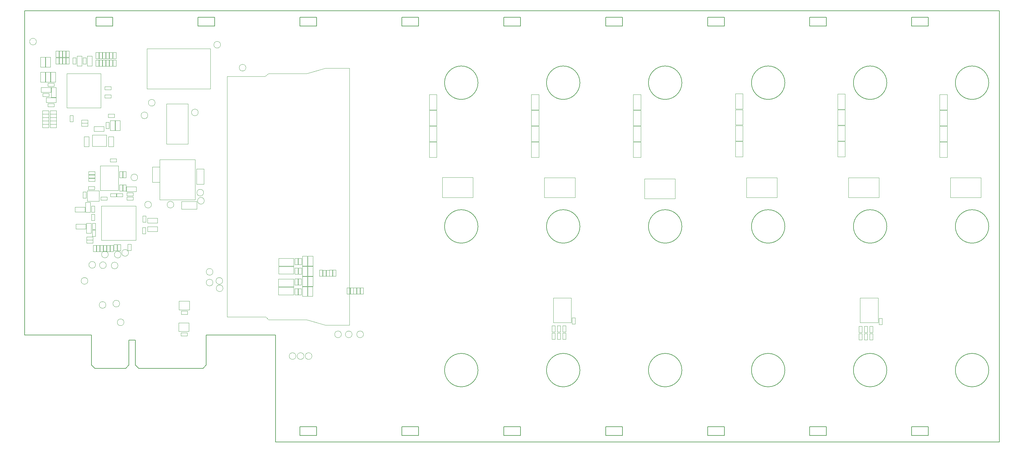
<source format=gbr>
G04 #@! TF.GenerationSoftware,KiCad,Pcbnew,6.0.7-f9a2dced07~116~ubuntu22.04.1*
G04 #@! TF.CreationDate,2023-04-06T13:37:09+01:00*
G04 #@! TF.ProjectId,hiltop_backplane_brd,68696c74-6f70-45f6-9261-636b706c616e,A*
G04 #@! TF.SameCoordinates,Original*
G04 #@! TF.FileFunction,Other,User*
%FSLAX46Y46*%
G04 Gerber Fmt 4.6, Leading zero omitted, Abs format (unit mm)*
G04 Created by KiCad (PCBNEW 6.0.7-f9a2dced07~116~ubuntu22.04.1) date 2023-04-06 13:37:09*
%MOMM*%
%LPD*%
G01*
G04 APERTURE LIST*
G04 #@! TA.AperFunction,Profile*
%ADD10C,0.150000*%
G04 #@! TD*
%ADD11C,0.050000*%
G04 APERTURE END LIST*
D10*
X179840000Y-50700000D02*
G75*
G03*
X179840000Y-50700000I-5000000J0D01*
G01*
X210320000Y-50700000D02*
G75*
G03*
X210320000Y-50700000I-5000000J0D01*
G01*
X240800000Y-50700000D02*
G75*
G03*
X240800000Y-50700000I-5000000J0D01*
G01*
X210320000Y-93700000D02*
G75*
G03*
X210320000Y-93700000I-5000000J0D01*
G01*
X240800000Y-93700000D02*
G75*
G03*
X240800000Y-93700000I-5000000J0D01*
G01*
X179840000Y-136700000D02*
G75*
G03*
X179840000Y-136700000I-5000000J0D01*
G01*
X210320000Y-136700000D02*
G75*
G03*
X210320000Y-136700000I-5000000J0D01*
G01*
X240800000Y-136700000D02*
G75*
G03*
X240800000Y-136700000I-5000000J0D01*
G01*
X179840000Y-93700000D02*
G75*
G03*
X179840000Y-93700000I-5000000J0D01*
G01*
X248500000Y-31150000D02*
X248500000Y-33750000D01*
X284000000Y-33750000D02*
X284000000Y-31150000D01*
X271600000Y-136700000D02*
G75*
G03*
X271600000Y-136700000I-5000000J0D01*
G01*
X65300000Y-136200000D02*
X74500000Y-136200000D01*
X75500000Y-135200000D02*
X75500000Y-127700000D01*
X248500000Y-33750000D02*
X253500000Y-33750000D01*
X131600000Y-156250000D02*
X131600000Y-153650000D01*
X157100000Y-31150000D02*
X157100000Y-33750000D01*
X131600000Y-153650000D02*
X126600000Y-153650000D01*
X192550000Y-153650000D02*
X187550000Y-153650000D01*
X65650000Y-33750000D02*
X70650000Y-33750000D01*
X162100000Y-31150000D02*
X157100000Y-31150000D01*
X101150000Y-33750000D02*
X101150000Y-31150000D01*
X126600000Y-156250000D02*
X131600000Y-156250000D01*
X162100000Y-156250000D02*
X162100000Y-153650000D01*
X279000000Y-31150000D02*
X279000000Y-33750000D01*
X126600000Y-31150000D02*
X126600000Y-33750000D01*
X96150000Y-31150000D02*
X96150000Y-33750000D01*
X98600000Y-126200000D02*
X119300000Y-126200000D01*
X131600000Y-31150000D02*
X126600000Y-31150000D01*
X223050000Y-153650000D02*
X218050000Y-153650000D01*
X192550000Y-33750000D02*
X192550000Y-31150000D01*
X309450000Y-153650000D02*
X309450000Y-156250000D01*
X284000000Y-153650000D02*
X279000000Y-153650000D01*
X70650000Y-31150000D02*
X65650000Y-31150000D01*
X162100000Y-33750000D02*
X162100000Y-31150000D01*
X302080000Y-136700000D02*
G75*
G03*
X302080000Y-136700000I-5000000J0D01*
G01*
X309450000Y-156250000D02*
X314450000Y-156250000D01*
X284000000Y-156250000D02*
X284000000Y-153650000D01*
X248500000Y-156250000D02*
X253500000Y-156250000D01*
X157100000Y-156250000D02*
X162100000Y-156250000D01*
X248500000Y-153650000D02*
X248500000Y-156250000D01*
X218050000Y-156250000D02*
X223050000Y-156250000D01*
X218050000Y-31150000D02*
X218050000Y-33750000D01*
X162100000Y-153650000D02*
X157100000Y-153650000D01*
X332560000Y-93700000D02*
G75*
G03*
X332560000Y-93700000I-5000000J0D01*
G01*
X75500000Y-135200000D02*
X74500000Y-136200000D01*
X126600000Y-153650000D02*
X126600000Y-156250000D01*
X314450000Y-153650000D02*
X309450000Y-153650000D01*
X97600000Y-136200000D02*
X98600000Y-135200000D01*
X157100000Y-33750000D02*
X162100000Y-33750000D01*
X332560000Y-50700000D02*
G75*
G03*
X332560000Y-50700000I-5000000J0D01*
G01*
X70650000Y-33750000D02*
X70650000Y-31150000D01*
X223050000Y-156250000D02*
X223050000Y-153650000D01*
X271600000Y-50700000D02*
G75*
G03*
X271600000Y-50700000I-5000000J0D01*
G01*
X65650000Y-31150000D02*
X65650000Y-33750000D01*
X192550000Y-31150000D02*
X187550000Y-31150000D01*
X302080000Y-93700000D02*
G75*
G03*
X302080000Y-93700000I-5000000J0D01*
G01*
X187550000Y-153650000D02*
X187550000Y-156250000D01*
X44300000Y-29200000D02*
X335740000Y-29200000D01*
X131600000Y-33750000D02*
X131600000Y-31150000D01*
X96150000Y-33750000D02*
X101150000Y-33750000D01*
X187550000Y-33750000D02*
X192550000Y-33750000D01*
X64300000Y-135200000D02*
X64300000Y-126200000D01*
X314500000Y-31150000D02*
X309500000Y-31150000D01*
X218050000Y-153650000D02*
X218050000Y-156250000D01*
X271600000Y-93700000D02*
G75*
G03*
X271600000Y-93700000I-5000000J0D01*
G01*
X253500000Y-33750000D02*
X253500000Y-31150000D01*
X279000000Y-156250000D02*
X284000000Y-156250000D01*
X332560000Y-136700000D02*
G75*
G03*
X332560000Y-136700000I-5000000J0D01*
G01*
X77400000Y-135200000D02*
X78400000Y-136200000D01*
X119300000Y-136200000D02*
X119300000Y-158200000D01*
X309500000Y-31150000D02*
X309500000Y-33750000D01*
X44300000Y-126200000D02*
X44300000Y-29200000D01*
X218050000Y-33750000D02*
X223050000Y-33750000D01*
X314450000Y-156250000D02*
X314450000Y-153650000D01*
X284000000Y-31150000D02*
X279000000Y-31150000D01*
X119300000Y-126200000D02*
X119300000Y-136200000D01*
X78400000Y-136200000D02*
X97600000Y-136200000D01*
X279000000Y-153650000D02*
X279000000Y-156250000D01*
X279000000Y-33750000D02*
X284000000Y-33750000D01*
X253500000Y-153650000D02*
X248500000Y-153650000D01*
X64300000Y-135200000D02*
X65300000Y-136200000D01*
X187550000Y-156250000D02*
X192550000Y-156250000D01*
X75500000Y-127700000D02*
X77400000Y-127700000D01*
X101150000Y-31150000D02*
X96150000Y-31150000D01*
X192550000Y-156250000D02*
X192550000Y-153650000D01*
X253500000Y-31150000D02*
X248500000Y-31150000D01*
X126600000Y-33750000D02*
X131600000Y-33750000D01*
X98600000Y-135200000D02*
X98600000Y-127700000D01*
X335740000Y-29200000D02*
X335740000Y-158200000D01*
X187550000Y-31150000D02*
X187550000Y-33750000D01*
X302080000Y-50700000D02*
G75*
G03*
X302080000Y-50700000I-5000000J0D01*
G01*
X157100000Y-153650000D02*
X157100000Y-156250000D01*
X223050000Y-31150000D02*
X218050000Y-31150000D01*
X98600000Y-127700000D02*
X98600000Y-126200000D01*
X335740000Y-158200000D02*
X119300000Y-158200000D01*
X309500000Y-33750000D02*
X314500000Y-33750000D01*
X253500000Y-156250000D02*
X253500000Y-153650000D01*
X77400000Y-127700000D02*
X77400000Y-135200000D01*
X314500000Y-33750000D02*
X314500000Y-31150000D01*
X64300000Y-126200000D02*
X44300000Y-126200000D01*
X223050000Y-33750000D02*
X223050000Y-31150000D01*
D11*
X76742500Y-85814000D02*
X74882500Y-85814000D01*
X74882500Y-85814000D02*
X74882500Y-84874000D01*
X74882500Y-84874000D02*
X76742500Y-84874000D01*
X76742500Y-84874000D02*
X76742500Y-85814000D01*
X178354000Y-85022000D02*
X169154000Y-85022000D01*
X169154000Y-85022000D02*
X169154000Y-79062000D01*
X169154000Y-79062000D02*
X178354000Y-79062000D01*
X178354000Y-79062000D02*
X178354000Y-85022000D01*
X72682000Y-79162000D02*
X72682000Y-77302000D01*
X72682000Y-77302000D02*
X73622000Y-77302000D01*
X73622000Y-77302000D02*
X73622000Y-79162000D01*
X73622000Y-79162000D02*
X72682000Y-79162000D01*
X62516000Y-86517000D02*
X63976000Y-86517000D01*
X62516000Y-89477000D02*
X62516000Y-86517000D01*
X63976000Y-86517000D02*
X63976000Y-89477000D01*
X63976000Y-89477000D02*
X62516000Y-89477000D01*
X76098500Y-100879000D02*
X75158500Y-100879000D01*
X75158500Y-99019000D02*
X76098500Y-99019000D01*
X75158500Y-100879000D02*
X75158500Y-99019000D01*
X76098500Y-99019000D02*
X76098500Y-100879000D01*
X65312500Y-79286000D02*
X65312500Y-80226000D01*
X63452500Y-80226000D02*
X63452500Y-79286000D01*
X65312500Y-80226000D02*
X63452500Y-80226000D01*
X63452500Y-79286000D02*
X65312500Y-79286000D01*
X62990000Y-83052000D02*
X62990000Y-86112000D01*
X66550000Y-83052000D02*
X62990000Y-83052000D01*
X66550000Y-86112000D02*
X62990000Y-86112000D01*
X66550000Y-86112000D02*
X66550000Y-83052000D01*
X64300000Y-90070000D02*
X65240000Y-90070000D01*
X65240000Y-90070000D02*
X65240000Y-91930000D01*
X65240000Y-91930000D02*
X64300000Y-91930000D01*
X64300000Y-91930000D02*
X64300000Y-90070000D01*
X69936000Y-84798000D02*
X69936000Y-83858000D01*
X71796000Y-84798000D02*
X69936000Y-84798000D01*
X69936000Y-83858000D02*
X71796000Y-83858000D01*
X71796000Y-83858000D02*
X71796000Y-84798000D01*
X73698000Y-77302000D02*
X74638000Y-77302000D01*
X74638000Y-79162000D02*
X73698000Y-79162000D01*
X74638000Y-77302000D02*
X74638000Y-79162000D01*
X73698000Y-79162000D02*
X73698000Y-77302000D01*
X91012500Y-126450000D02*
X91012500Y-125510000D01*
X91012500Y-125510000D02*
X92872500Y-125510000D01*
X92872500Y-126450000D02*
X91012500Y-126450000D01*
X92872500Y-125510000D02*
X92872500Y-126450000D01*
X64808000Y-99320000D02*
X65748000Y-99320000D01*
X64808000Y-101180000D02*
X64808000Y-99320000D01*
X65748000Y-101180000D02*
X64808000Y-101180000D01*
X65748000Y-99320000D02*
X65748000Y-101180000D01*
X59339000Y-87916000D02*
X62299000Y-87916000D01*
X62299000Y-89376000D02*
X59339000Y-89376000D01*
X59339000Y-89376000D02*
X59339000Y-87916000D01*
X62299000Y-87916000D02*
X62299000Y-89376000D01*
X71907500Y-99146000D02*
X71907500Y-101006000D01*
X70967500Y-99146000D02*
X71907500Y-99146000D01*
X70967500Y-101006000D02*
X70967500Y-99146000D01*
X71907500Y-101006000D02*
X70967500Y-101006000D01*
X73000000Y-101006000D02*
X72060000Y-101006000D01*
X73000000Y-99146000D02*
X73000000Y-101006000D01*
X72060000Y-99146000D02*
X73000000Y-99146000D01*
X72060000Y-101006000D02*
X72060000Y-99146000D01*
X68872000Y-101180000D02*
X68872000Y-99320000D01*
X69812000Y-99320000D02*
X69812000Y-101180000D01*
X68872000Y-99320000D02*
X69812000Y-99320000D01*
X69812000Y-101180000D02*
X68872000Y-101180000D01*
X64554000Y-96630000D02*
X64554000Y-94770000D01*
X65494000Y-94770000D02*
X65494000Y-96630000D01*
X64554000Y-94770000D02*
X65494000Y-94770000D01*
X65494000Y-96630000D02*
X64554000Y-96630000D01*
X64730000Y-98720000D02*
X62870000Y-98720000D01*
X62870000Y-98720000D02*
X62870000Y-97780000D01*
X62870000Y-97780000D02*
X64730000Y-97780000D01*
X64730000Y-97780000D02*
X64730000Y-98720000D01*
X167520000Y-68470000D02*
X167520000Y-73030000D01*
X167520000Y-73030000D02*
X165280000Y-73030000D01*
X165280000Y-68470000D02*
X167520000Y-68470000D01*
X165280000Y-73030000D02*
X165280000Y-68470000D01*
X74720000Y-83280000D02*
X74720000Y-81820000D01*
X77680000Y-83280000D02*
X74720000Y-83280000D01*
X77680000Y-81820000D02*
X77680000Y-83280000D01*
X74720000Y-81820000D02*
X77680000Y-81820000D01*
X72296000Y-75548000D02*
X66896000Y-75548000D01*
X72296000Y-82948000D02*
X72296000Y-75548000D01*
X66896000Y-75548000D02*
X66896000Y-82948000D01*
X66896000Y-82948000D02*
X72296000Y-82948000D01*
X228520000Y-68470000D02*
X228520000Y-73030000D01*
X228520000Y-73030000D02*
X226280000Y-73030000D01*
X226280000Y-68470000D02*
X228520000Y-68470000D01*
X226280000Y-73030000D02*
X226280000Y-68470000D01*
X67856000Y-101180000D02*
X67856000Y-99320000D01*
X67856000Y-99320000D02*
X68796000Y-99320000D01*
X68796000Y-101180000D02*
X67856000Y-101180000D01*
X68796000Y-99320000D02*
X68796000Y-101180000D01*
X73698000Y-83105500D02*
X73698000Y-81245500D01*
X73698000Y-81245500D02*
X74638000Y-81245500D01*
X74638000Y-81245500D02*
X74638000Y-83105500D01*
X74638000Y-83105500D02*
X73698000Y-83105500D01*
X229606000Y-85403000D02*
X229606000Y-79443000D01*
X238806000Y-85403000D02*
X229606000Y-85403000D01*
X238806000Y-79443000D02*
X238806000Y-85403000D01*
X229606000Y-79443000D02*
X238806000Y-79443000D01*
X64300000Y-89442500D02*
X64300000Y-87582500D01*
X65240000Y-87582500D02*
X65240000Y-89442500D01*
X64300000Y-87582500D02*
X65240000Y-87582500D01*
X65240000Y-89442500D02*
X64300000Y-89442500D01*
X67780000Y-99320000D02*
X67780000Y-101180000D01*
X67780000Y-101180000D02*
X66840000Y-101180000D01*
X66840000Y-99320000D02*
X67780000Y-99320000D01*
X66840000Y-101180000D02*
X66840000Y-99320000D01*
X67240000Y-87560000D02*
X67240000Y-97860000D01*
X77540000Y-87560000D02*
X77540000Y-97860000D01*
X67240000Y-97860000D02*
X77540000Y-97860000D01*
X67240000Y-87560000D02*
X77540000Y-87560000D01*
X63452500Y-77254000D02*
X65312500Y-77254000D01*
X65312500Y-77254000D02*
X65312500Y-78194000D01*
X65312500Y-78194000D02*
X63452500Y-78194000D01*
X63452500Y-78194000D02*
X63452500Y-77254000D01*
X66764000Y-99320000D02*
X66764000Y-101180000D01*
X65824000Y-101180000D02*
X65824000Y-99320000D01*
X65824000Y-99320000D02*
X66764000Y-99320000D01*
X66764000Y-101180000D02*
X65824000Y-101180000D01*
X65325500Y-78270000D02*
X65325500Y-79210000D01*
X65325500Y-79210000D02*
X63465500Y-79210000D01*
X63465500Y-78270000D02*
X65325500Y-78270000D01*
X63465500Y-79210000D02*
X63465500Y-78270000D01*
X59593000Y-94456000D02*
X59593000Y-92996000D01*
X59593000Y-92996000D02*
X62553000Y-92996000D01*
X62553000Y-94456000D02*
X59593000Y-94456000D01*
X62553000Y-92996000D02*
X62553000Y-94456000D01*
X80874000Y-52518000D02*
X99874000Y-52518000D01*
X80874000Y-40518000D02*
X80874000Y-52518000D01*
X99874000Y-52518000D02*
X99874000Y-40518000D01*
X99874000Y-40518000D02*
X80874000Y-40518000D01*
X86716000Y-57028000D02*
X86716000Y-69028000D01*
X93116000Y-69028000D02*
X93116000Y-57028000D01*
X86716000Y-69028000D02*
X93116000Y-69028000D01*
X93116000Y-57028000D02*
X86716000Y-57028000D01*
X73622000Y-83105500D02*
X72682000Y-83105500D01*
X72682000Y-83105500D02*
X72682000Y-81245500D01*
X72682000Y-81245500D02*
X73622000Y-81245500D01*
X73622000Y-81245500D02*
X73622000Y-83105500D01*
X74882500Y-84544000D02*
X74882500Y-83604000D01*
X74882500Y-83604000D02*
X76742500Y-83604000D01*
X76742500Y-84544000D02*
X74882500Y-84544000D01*
X76742500Y-83604000D02*
X76742500Y-84544000D01*
X61760000Y-83398000D02*
X62700000Y-83398000D01*
X61760000Y-85258000D02*
X61760000Y-83398000D01*
X62700000Y-83398000D02*
X62700000Y-85258000D01*
X62700000Y-85258000D02*
X61760000Y-85258000D01*
X68930000Y-85814000D02*
X67070000Y-85814000D01*
X67070000Y-84874000D02*
X68930000Y-84874000D01*
X67070000Y-85814000D02*
X67070000Y-84874000D01*
X68930000Y-84874000D02*
X68930000Y-85814000D01*
X226280000Y-63530000D02*
X226280000Y-58970000D01*
X228520000Y-58970000D02*
X228520000Y-63530000D01*
X226280000Y-58970000D02*
X228520000Y-58970000D01*
X228520000Y-63530000D02*
X226280000Y-63530000D01*
X198020000Y-54220000D02*
X198020000Y-58780000D01*
X195780000Y-58780000D02*
X195780000Y-54220000D01*
X198020000Y-58780000D02*
X195780000Y-58780000D01*
X195780000Y-54220000D02*
X198020000Y-54220000D01*
X81070000Y-91218000D02*
X84030000Y-91218000D01*
X84030000Y-91218000D02*
X84030000Y-92678000D01*
X84030000Y-92678000D02*
X81070000Y-92678000D01*
X81070000Y-92678000D02*
X81070000Y-91218000D01*
X79570000Y-92410000D02*
X79570000Y-90550000D01*
X80510000Y-90550000D02*
X80510000Y-92410000D01*
X80510000Y-92410000D02*
X79570000Y-92410000D01*
X79570000Y-90550000D02*
X80510000Y-90550000D01*
X84030000Y-93758000D02*
X84030000Y-95218000D01*
X84030000Y-95218000D02*
X81070000Y-95218000D01*
X81070000Y-95218000D02*
X81070000Y-93758000D01*
X81070000Y-93758000D02*
X84030000Y-93758000D01*
X73574000Y-84798000D02*
X71714000Y-84798000D01*
X71714000Y-83858000D02*
X73574000Y-83858000D01*
X73574000Y-83858000D02*
X73574000Y-84798000D01*
X71714000Y-84798000D02*
X71714000Y-83858000D01*
X64554000Y-94656000D02*
X64554000Y-92796000D01*
X65494000Y-92796000D02*
X65494000Y-94656000D01*
X64554000Y-92796000D02*
X65494000Y-92796000D01*
X65494000Y-94656000D02*
X64554000Y-94656000D01*
X64230000Y-92754000D02*
X64230000Y-95714000D01*
X62770000Y-92754000D02*
X64230000Y-92754000D01*
X62770000Y-95714000D02*
X62770000Y-92754000D01*
X64230000Y-95714000D02*
X62770000Y-95714000D01*
X62870000Y-96780000D02*
X64730000Y-96780000D01*
X62870000Y-97720000D02*
X62870000Y-96780000D01*
X64730000Y-96780000D02*
X64730000Y-97720000D01*
X64730000Y-97720000D02*
X62870000Y-97720000D01*
X57620000Y-41234000D02*
X57620000Y-43094000D01*
X57620000Y-43094000D02*
X56680000Y-43094000D01*
X56680000Y-41234000D02*
X57620000Y-41234000D01*
X56680000Y-43094000D02*
X56680000Y-41234000D01*
X58770000Y-60470000D02*
X58770000Y-62330000D01*
X57830000Y-62330000D02*
X57830000Y-60470000D01*
X57830000Y-60470000D02*
X58770000Y-60470000D01*
X58770000Y-62330000D02*
X57830000Y-62330000D01*
X56876000Y-47986000D02*
X56876000Y-58186000D01*
X56876000Y-58186000D02*
X67076000Y-58186000D01*
X67076000Y-58186000D02*
X67076000Y-47986000D01*
X67076000Y-47986000D02*
X56876000Y-47986000D01*
X51603000Y-53886000D02*
X51603000Y-54826000D01*
X49743000Y-53886000D02*
X51603000Y-53886000D01*
X51603000Y-54826000D02*
X49743000Y-54826000D01*
X49743000Y-54826000D02*
X49743000Y-53886000D01*
X59652000Y-43266000D02*
X59652000Y-45126000D01*
X59652000Y-45126000D02*
X58712000Y-45126000D01*
X58712000Y-43266000D02*
X59652000Y-43266000D01*
X58712000Y-45126000D02*
X58712000Y-43266000D01*
X68618000Y-64430000D02*
X68618000Y-62570000D01*
X68618000Y-62570000D02*
X69558000Y-62570000D01*
X69558000Y-62570000D02*
X69558000Y-64430000D01*
X69558000Y-64430000D02*
X68618000Y-64430000D01*
X49054000Y-43097000D02*
X50514000Y-43097000D01*
X49054000Y-46057000D02*
X49054000Y-43097000D01*
X50514000Y-46057000D02*
X49054000Y-46057000D01*
X50514000Y-43097000D02*
X50514000Y-46057000D01*
X50578000Y-50502000D02*
X50578000Y-47542000D01*
X52038000Y-50502000D02*
X50578000Y-50502000D01*
X52038000Y-47542000D02*
X52038000Y-50502000D01*
X50578000Y-47542000D02*
X52038000Y-47542000D01*
X54572000Y-41234000D02*
X54572000Y-43094000D01*
X53632000Y-43094000D02*
X53632000Y-41234000D01*
X53632000Y-41234000D02*
X54572000Y-41234000D01*
X54572000Y-43094000D02*
X53632000Y-43094000D01*
X67602000Y-43901000D02*
X68542000Y-43901000D01*
X68542000Y-43901000D02*
X68542000Y-45761000D01*
X67602000Y-45761000D02*
X67602000Y-43901000D01*
X68542000Y-45761000D02*
X67602000Y-45761000D01*
X51902000Y-60109000D02*
X53762000Y-60109000D01*
X51902000Y-61049000D02*
X51902000Y-60109000D01*
X53762000Y-61049000D02*
X51902000Y-61049000D01*
X53762000Y-60109000D02*
X53762000Y-61049000D01*
X51458500Y-62070000D02*
X49598500Y-62070000D01*
X49598500Y-62070000D02*
X49598500Y-61130000D01*
X49598500Y-61130000D02*
X51458500Y-61130000D01*
X51458500Y-61130000D02*
X51458500Y-62070000D01*
X59976000Y-45676000D02*
X59976000Y-42716000D01*
X61436000Y-42716000D02*
X61436000Y-45676000D01*
X59976000Y-42716000D02*
X61436000Y-42716000D01*
X61436000Y-45676000D02*
X59976000Y-45676000D01*
X52153000Y-53562000D02*
X49193000Y-53562000D01*
X49193000Y-52102000D02*
X52153000Y-52102000D01*
X52153000Y-52102000D02*
X52153000Y-53562000D01*
X49193000Y-53562000D02*
X49193000Y-52102000D01*
X55664000Y-45126000D02*
X55664000Y-43266000D01*
X56604000Y-45126000D02*
X55664000Y-45126000D01*
X56604000Y-43266000D02*
X56604000Y-45126000D01*
X55664000Y-43266000D02*
X56604000Y-43266000D01*
X55588000Y-43266000D02*
X55588000Y-45126000D01*
X54648000Y-43266000D02*
X55588000Y-43266000D01*
X54648000Y-45126000D02*
X54648000Y-43266000D01*
X55588000Y-45126000D02*
X54648000Y-45126000D01*
X54572000Y-43266000D02*
X54572000Y-45126000D01*
X54572000Y-45126000D02*
X53632000Y-45126000D01*
X53632000Y-43266000D02*
X54572000Y-43266000D01*
X53632000Y-45126000D02*
X53632000Y-43266000D01*
X52229000Y-55074000D02*
X52229000Y-52114000D01*
X53689000Y-55074000D02*
X52229000Y-55074000D01*
X52229000Y-52114000D02*
X53689000Y-52114000D01*
X53689000Y-52114000D02*
X53689000Y-55074000D01*
X49605000Y-63086000D02*
X49605000Y-62146000D01*
X51465000Y-63086000D02*
X49605000Y-63086000D01*
X51465000Y-62146000D02*
X51465000Y-63086000D01*
X49605000Y-62146000D02*
X51465000Y-62146000D01*
X62700000Y-45126000D02*
X61760000Y-45126000D01*
X62700000Y-43266000D02*
X62700000Y-45126000D01*
X61760000Y-43266000D02*
X62700000Y-43266000D01*
X61760000Y-45126000D02*
X61760000Y-43266000D01*
X69402000Y-69786000D02*
X69402000Y-66826000D01*
X70862000Y-69786000D02*
X69402000Y-69786000D01*
X70862000Y-66826000D02*
X70862000Y-69786000D01*
X69402000Y-66826000D02*
X70862000Y-66826000D01*
X53127000Y-50838000D02*
X53127000Y-51778000D01*
X51267000Y-51778000D02*
X51267000Y-50838000D01*
X53127000Y-51778000D02*
X51267000Y-51778000D01*
X51267000Y-50838000D02*
X53127000Y-50838000D01*
X64484000Y-42716000D02*
X64484000Y-45676000D01*
X63024000Y-42716000D02*
X64484000Y-42716000D01*
X64484000Y-45676000D02*
X63024000Y-45676000D01*
X63024000Y-45676000D02*
X63024000Y-42716000D01*
X63160000Y-63755000D02*
X61300000Y-63755000D01*
X61300000Y-62815000D02*
X63160000Y-62815000D01*
X61300000Y-63755000D02*
X61300000Y-62815000D01*
X63160000Y-62815000D02*
X63160000Y-63755000D01*
X51469500Y-60033000D02*
X49609500Y-60033000D01*
X49609500Y-60033000D02*
X49609500Y-59093000D01*
X49609500Y-59093000D02*
X51469500Y-59093000D01*
X51469500Y-59093000D02*
X51469500Y-60033000D01*
X62090000Y-66830000D02*
X63550000Y-66830000D01*
X63550000Y-69790000D02*
X62090000Y-69790000D01*
X62090000Y-69790000D02*
X62090000Y-66830000D01*
X63550000Y-66830000D02*
X63550000Y-69790000D01*
X71342000Y-64980000D02*
X69882000Y-64980000D01*
X69882000Y-62020000D02*
X71342000Y-62020000D01*
X71342000Y-62020000D02*
X71342000Y-64980000D01*
X69882000Y-64980000D02*
X69882000Y-62020000D01*
X56604000Y-43094000D02*
X55664000Y-43094000D01*
X55664000Y-43094000D02*
X55664000Y-41234000D01*
X55664000Y-41234000D02*
X56604000Y-41234000D01*
X56604000Y-41234000D02*
X56604000Y-43094000D01*
X54648000Y-41234000D02*
X55588000Y-41234000D01*
X55588000Y-43094000D02*
X54648000Y-43094000D01*
X55588000Y-41234000D02*
X55588000Y-43094000D01*
X54648000Y-43094000D02*
X54648000Y-41234000D01*
X57620000Y-43266000D02*
X57620000Y-45126000D01*
X56680000Y-43266000D02*
X57620000Y-43266000D01*
X57620000Y-45126000D02*
X56680000Y-45126000D01*
X56680000Y-45126000D02*
X56680000Y-43266000D01*
X52102000Y-47542000D02*
X53562000Y-47542000D01*
X53562000Y-50502000D02*
X52102000Y-50502000D01*
X53562000Y-47542000D02*
X53562000Y-50502000D01*
X52102000Y-50502000D02*
X52102000Y-47542000D01*
X65068000Y-65246000D02*
X65068000Y-63786000D01*
X68028000Y-63786000D02*
X68028000Y-65246000D01*
X65068000Y-63786000D02*
X68028000Y-63786000D01*
X68028000Y-65246000D02*
X65068000Y-65246000D01*
X53780000Y-63086000D02*
X51920000Y-63086000D01*
X53780000Y-62146000D02*
X53780000Y-63086000D01*
X51920000Y-62146000D02*
X53780000Y-62146000D01*
X51920000Y-63086000D02*
X51920000Y-62146000D01*
X53780000Y-64102000D02*
X51920000Y-64102000D01*
X51920000Y-63162000D02*
X53780000Y-63162000D01*
X53780000Y-63162000D02*
X53780000Y-64102000D01*
X51920000Y-64102000D02*
X51920000Y-63162000D01*
X84684000Y-85704000D02*
X95284000Y-85704000D01*
X95284000Y-85704000D02*
X95284000Y-73704000D01*
X84684000Y-73704000D02*
X84684000Y-85704000D01*
X95284000Y-73704000D02*
X84684000Y-73704000D01*
X91195000Y-86250000D02*
X95755000Y-86250000D01*
X95755000Y-88490000D02*
X91195000Y-88490000D01*
X91195000Y-88490000D02*
X91195000Y-86250000D01*
X95755000Y-86250000D02*
X95755000Y-88490000D01*
X97900000Y-76530000D02*
X97900000Y-81090000D01*
X95660000Y-76530000D02*
X97900000Y-76530000D01*
X95660000Y-81090000D02*
X95660000Y-76530000D01*
X97900000Y-81090000D02*
X95660000Y-81090000D01*
X51267000Y-57874000D02*
X51267000Y-56934000D01*
X53127000Y-57874000D02*
X51267000Y-57874000D01*
X51267000Y-56934000D02*
X53127000Y-56934000D01*
X53127000Y-56934000D02*
X53127000Y-57874000D01*
X49616000Y-60109000D02*
X51476000Y-60109000D01*
X51476000Y-60109000D02*
X51476000Y-61049000D01*
X49616000Y-61049000D02*
X49616000Y-60109000D01*
X51476000Y-61049000D02*
X49616000Y-61049000D01*
X51458500Y-63162000D02*
X51458500Y-64102000D01*
X49598500Y-63162000D02*
X51458500Y-63162000D01*
X49598500Y-64102000D02*
X49598500Y-63162000D01*
X51458500Y-64102000D02*
X49598500Y-64102000D01*
X53780000Y-62070000D02*
X51920000Y-62070000D01*
X53780000Y-61130000D02*
X53780000Y-62070000D01*
X51920000Y-61130000D02*
X53780000Y-61130000D01*
X51920000Y-62070000D02*
X51920000Y-61130000D01*
X49054000Y-47542000D02*
X50514000Y-47542000D01*
X50514000Y-50502000D02*
X49054000Y-50502000D01*
X49054000Y-50502000D02*
X49054000Y-47542000D01*
X50514000Y-47542000D02*
X50514000Y-50502000D01*
X50578000Y-43083000D02*
X52038000Y-43083000D01*
X52038000Y-43083000D02*
X52038000Y-46043000D01*
X50578000Y-46043000D02*
X50578000Y-43083000D01*
X52038000Y-46043000D02*
X50578000Y-46043000D01*
X67526000Y-45761000D02*
X66586000Y-45761000D01*
X66586000Y-45761000D02*
X66586000Y-43901000D01*
X67526000Y-43901000D02*
X67526000Y-45761000D01*
X66586000Y-43901000D02*
X67526000Y-43901000D01*
X70680000Y-45761000D02*
X70680000Y-43901000D01*
X71620000Y-43901000D02*
X71620000Y-45761000D01*
X71620000Y-45761000D02*
X70680000Y-45761000D01*
X70680000Y-43901000D02*
X71620000Y-43901000D01*
X70680000Y-43475000D02*
X70680000Y-41615000D01*
X71620000Y-41615000D02*
X71620000Y-43475000D01*
X71620000Y-43475000D02*
X70680000Y-43475000D01*
X70680000Y-41615000D02*
X71620000Y-41615000D01*
X69570000Y-43901000D02*
X69570000Y-45761000D01*
X68630000Y-45761000D02*
X68630000Y-43901000D01*
X69570000Y-45761000D02*
X68630000Y-45761000D01*
X68630000Y-43901000D02*
X69570000Y-43901000D01*
X70586000Y-45761000D02*
X69646000Y-45761000D01*
X69646000Y-45761000D02*
X69646000Y-43901000D01*
X70586000Y-43901000D02*
X70586000Y-45761000D01*
X69646000Y-43901000D02*
X70586000Y-43901000D01*
X69646000Y-41615000D02*
X70586000Y-41615000D01*
X70586000Y-43475000D02*
X69646000Y-43475000D01*
X69646000Y-43475000D02*
X69646000Y-41615000D01*
X70586000Y-41615000D02*
X70586000Y-43475000D01*
X68630000Y-41615000D02*
X69570000Y-41615000D01*
X69570000Y-41615000D02*
X69570000Y-43475000D01*
X69570000Y-43475000D02*
X68630000Y-43475000D01*
X68630000Y-43475000D02*
X68630000Y-41615000D01*
X70115000Y-51830000D02*
X70115000Y-52770000D01*
X68255000Y-51830000D02*
X70115000Y-51830000D01*
X70115000Y-52770000D02*
X68255000Y-52770000D01*
X68255000Y-52770000D02*
X68255000Y-51830000D01*
X69301000Y-61049000D02*
X69301000Y-60109000D01*
X71161000Y-60109000D02*
X71161000Y-61049000D01*
X69301000Y-60109000D02*
X71161000Y-60109000D01*
X71161000Y-61049000D02*
X69301000Y-61049000D01*
X71406000Y-62020000D02*
X72866000Y-62020000D01*
X72866000Y-62020000D02*
X72866000Y-64980000D01*
X71406000Y-64980000D02*
X71406000Y-62020000D01*
X72866000Y-64980000D02*
X71406000Y-64980000D01*
X50717000Y-56610000D02*
X50717000Y-55150000D01*
X53677000Y-56610000D02*
X50717000Y-56610000D01*
X53677000Y-55150000D02*
X53677000Y-56610000D01*
X50717000Y-55150000D02*
X53677000Y-55150000D01*
X51902000Y-59093000D02*
X53762000Y-59093000D01*
X53762000Y-60033000D02*
X51902000Y-60033000D01*
X51902000Y-60033000D02*
X51902000Y-59093000D01*
X53762000Y-59093000D02*
X53762000Y-60033000D01*
X66510000Y-43901000D02*
X66510000Y-45761000D01*
X66510000Y-45761000D02*
X65570000Y-45761000D01*
X65570000Y-45761000D02*
X65570000Y-43901000D01*
X65570000Y-43901000D02*
X66510000Y-43901000D01*
X67602000Y-43475000D02*
X67602000Y-41615000D01*
X67602000Y-41615000D02*
X68542000Y-41615000D01*
X68542000Y-41615000D02*
X68542000Y-43475000D01*
X68542000Y-43475000D02*
X67602000Y-43475000D01*
X67526000Y-41615000D02*
X67526000Y-43475000D01*
X66586000Y-41615000D02*
X67526000Y-41615000D01*
X66586000Y-43475000D02*
X66586000Y-41615000D01*
X67526000Y-43475000D02*
X66586000Y-43475000D01*
X66510000Y-41615000D02*
X66510000Y-43475000D01*
X66510000Y-43475000D02*
X65570000Y-43475000D01*
X65570000Y-43475000D02*
X65570000Y-41615000D01*
X65570000Y-41615000D02*
X66510000Y-41615000D01*
X208879500Y-85085500D02*
X199679500Y-85085500D01*
X208879500Y-79125500D02*
X208879500Y-85085500D01*
X199679500Y-79125500D02*
X208879500Y-79125500D01*
X199679500Y-85085500D02*
X199679500Y-79125500D01*
X198020000Y-63720000D02*
X198020000Y-68280000D01*
X198020000Y-68280000D02*
X195780000Y-68280000D01*
X195780000Y-68280000D02*
X195780000Y-63720000D01*
X195780000Y-63720000D02*
X198020000Y-63720000D01*
X198020000Y-58970000D02*
X198020000Y-63530000D01*
X195780000Y-58970000D02*
X198020000Y-58970000D01*
X195780000Y-63530000D02*
X195780000Y-58970000D01*
X198020000Y-63530000D02*
X195780000Y-63530000D01*
X120189000Y-111911000D02*
X124749000Y-111911000D01*
X120189000Y-114151000D02*
X120189000Y-111911000D01*
X124749000Y-114151000D02*
X120189000Y-114151000D01*
X124749000Y-111911000D02*
X124749000Y-114151000D01*
X127050000Y-114210000D02*
X126110000Y-114210000D01*
X127050000Y-112350000D02*
X127050000Y-114210000D01*
X126110000Y-114210000D02*
X126110000Y-112350000D01*
X126110000Y-112350000D02*
X127050000Y-112350000D01*
X128980000Y-111680000D02*
X130440000Y-111680000D01*
X130440000Y-114640000D02*
X128980000Y-114640000D01*
X130440000Y-111680000D02*
X130440000Y-114640000D01*
X128980000Y-114640000D02*
X128980000Y-111680000D01*
X127350000Y-105520000D02*
X127350000Y-102560000D01*
X128810000Y-105520000D02*
X127350000Y-105520000D01*
X128810000Y-102560000D02*
X128810000Y-105520000D01*
X127350000Y-102560000D02*
X128810000Y-102560000D01*
X125047000Y-114215000D02*
X125047000Y-112355000D01*
X125987000Y-112355000D02*
X125987000Y-114215000D01*
X125987000Y-114215000D02*
X125047000Y-114215000D01*
X125047000Y-112355000D02*
X125987000Y-112355000D01*
X127352000Y-105601000D02*
X128812000Y-105601000D01*
X128812000Y-105601000D02*
X128812000Y-108561000D01*
X127352000Y-108561000D02*
X127352000Y-105601000D01*
X128812000Y-108561000D02*
X127352000Y-108561000D01*
X128820000Y-111680000D02*
X128820000Y-114640000D01*
X127360000Y-111680000D02*
X128820000Y-111680000D01*
X128820000Y-114640000D02*
X127360000Y-114640000D01*
X127360000Y-114640000D02*
X127360000Y-111680000D01*
X126140000Y-106150000D02*
X127080000Y-106150000D01*
X127080000Y-106150000D02*
X127080000Y-108010000D01*
X126140000Y-108010000D02*
X126140000Y-106150000D01*
X127080000Y-108010000D02*
X126140000Y-108010000D01*
X128990000Y-111610000D02*
X128990000Y-108650000D01*
X130450000Y-108650000D02*
X130450000Y-111610000D01*
X128990000Y-108650000D02*
X130450000Y-108650000D01*
X130450000Y-111610000D02*
X128990000Y-111610000D01*
X124774000Y-105707000D02*
X124774000Y-107947000D01*
X120214000Y-107947000D02*
X120214000Y-105707000D01*
X124774000Y-107947000D02*
X120214000Y-107947000D01*
X120214000Y-105707000D02*
X124774000Y-105707000D01*
X124774000Y-103292000D02*
X124774000Y-105532000D01*
X124774000Y-105532000D02*
X120214000Y-105532000D01*
X120214000Y-105532000D02*
X120214000Y-103292000D01*
X120214000Y-103292000D02*
X124774000Y-103292000D01*
X125047000Y-109378000D02*
X125987000Y-109378000D01*
X125987000Y-109378000D02*
X125987000Y-111238000D01*
X125987000Y-111238000D02*
X125047000Y-111238000D01*
X125047000Y-111238000D02*
X125047000Y-109378000D01*
X126012000Y-105088000D02*
X125072000Y-105088000D01*
X126012000Y-103228000D02*
X126012000Y-105088000D01*
X125072000Y-103228000D02*
X126012000Y-103228000D01*
X125072000Y-105088000D02*
X125072000Y-103228000D01*
X128990000Y-105600000D02*
X130450000Y-105600000D01*
X130450000Y-108560000D02*
X128990000Y-108560000D01*
X130450000Y-105600000D02*
X130450000Y-108560000D01*
X128990000Y-108560000D02*
X128990000Y-105600000D01*
X130450000Y-102560000D02*
X130450000Y-105520000D01*
X128990000Y-102560000D02*
X130450000Y-102560000D01*
X130450000Y-105520000D02*
X128990000Y-105520000D01*
X128990000Y-105520000D02*
X128990000Y-102560000D01*
X124749000Y-111682000D02*
X120189000Y-111682000D01*
X120189000Y-111682000D02*
X120189000Y-109442000D01*
X124749000Y-109442000D02*
X124749000Y-111682000D01*
X120189000Y-109442000D02*
X124749000Y-109442000D01*
X127360000Y-111610000D02*
X127360000Y-108650000D01*
X128820000Y-111610000D02*
X127360000Y-111610000D01*
X127360000Y-108650000D02*
X128820000Y-108650000D01*
X128820000Y-108650000D02*
X128820000Y-111610000D01*
X126012000Y-108011000D02*
X125072000Y-108011000D01*
X125072000Y-106151000D02*
X126012000Y-106151000D01*
X126012000Y-106151000D02*
X126012000Y-108011000D01*
X125072000Y-108011000D02*
X125072000Y-106151000D01*
X63320000Y-81780000D02*
X65180000Y-81780000D01*
X65180000Y-81780000D02*
X65180000Y-82720000D01*
X63320000Y-82720000D02*
X63320000Y-81780000D01*
X65180000Y-82720000D02*
X63320000Y-82720000D01*
X69896000Y-74366000D02*
X69896000Y-73426000D01*
X69896000Y-73426000D02*
X71756000Y-73426000D01*
X71756000Y-73426000D02*
X71756000Y-74366000D01*
X71756000Y-74366000D02*
X69896000Y-74366000D01*
X167520000Y-63530000D02*
X165280000Y-63530000D01*
X165280000Y-63530000D02*
X165280000Y-58970000D01*
X165280000Y-58970000D02*
X167520000Y-58970000D01*
X167520000Y-58970000D02*
X167520000Y-63530000D01*
X228520000Y-58780000D02*
X226280000Y-58780000D01*
X226280000Y-54220000D02*
X228520000Y-54220000D01*
X228520000Y-54220000D02*
X228520000Y-58780000D01*
X226280000Y-58780000D02*
X226280000Y-54220000D01*
X167520000Y-58780000D02*
X165280000Y-58780000D01*
X167520000Y-54220000D02*
X167520000Y-58780000D01*
X165280000Y-58780000D02*
X165280000Y-54220000D01*
X165280000Y-54220000D02*
X167520000Y-54220000D01*
X167520000Y-68280000D02*
X165280000Y-68280000D01*
X165280000Y-63720000D02*
X167520000Y-63720000D01*
X165280000Y-68280000D02*
X165280000Y-63720000D01*
X167520000Y-63720000D02*
X167520000Y-68280000D01*
X228520000Y-68280000D02*
X226280000Y-68280000D01*
X228520000Y-63720000D02*
X228520000Y-68280000D01*
X226280000Y-63720000D02*
X228520000Y-63720000D01*
X226280000Y-68280000D02*
X226280000Y-63720000D01*
X198020000Y-68470000D02*
X198020000Y-73030000D01*
X195780000Y-68470000D02*
X198020000Y-68470000D01*
X198020000Y-73030000D02*
X195780000Y-73030000D01*
X195780000Y-73030000D02*
X195780000Y-68470000D01*
X61315000Y-61815000D02*
X63175000Y-61815000D01*
X61315000Y-62755000D02*
X61315000Y-61815000D01*
X63175000Y-61815000D02*
X63175000Y-62755000D01*
X63175000Y-62755000D02*
X61315000Y-62755000D01*
X93440000Y-125140000D02*
X93440000Y-122540000D01*
X93440000Y-122540000D02*
X90340000Y-122540000D01*
X90340000Y-125140000D02*
X90340000Y-122540000D01*
X93440000Y-125140000D02*
X90340000Y-125140000D01*
X91130000Y-119040000D02*
X92990000Y-119040000D01*
X91130000Y-119980000D02*
X91130000Y-119040000D01*
X92990000Y-119980000D02*
X91130000Y-119980000D01*
X92990000Y-119040000D02*
X92990000Y-119980000D01*
X93545000Y-118665000D02*
X90445000Y-118665000D01*
X93545000Y-118665000D02*
X93545000Y-116065000D01*
X90445000Y-118665000D02*
X90445000Y-116065000D01*
X93545000Y-116065000D02*
X90445000Y-116065000D01*
X68270000Y-55270000D02*
X68270000Y-54330000D01*
X70130000Y-54330000D02*
X70130000Y-55270000D01*
X68270000Y-54330000D02*
X70130000Y-54330000D01*
X70130000Y-55270000D02*
X68270000Y-55270000D01*
X69888000Y-99320000D02*
X70828000Y-99320000D01*
X70828000Y-101180000D02*
X69888000Y-101180000D01*
X70828000Y-99320000D02*
X70828000Y-101180000D01*
X69888000Y-101180000D02*
X69888000Y-99320000D01*
X80480000Y-95850000D02*
X79540000Y-95850000D01*
X79540000Y-93990000D02*
X80480000Y-93990000D01*
X80480000Y-93990000D02*
X80480000Y-95850000D01*
X79540000Y-95850000D02*
X79540000Y-93990000D01*
X144630000Y-112085000D02*
X145570000Y-112085000D01*
X145570000Y-113945000D02*
X144630000Y-113945000D01*
X144630000Y-113945000D02*
X144630000Y-112085000D01*
X145570000Y-112085000D02*
X145570000Y-113945000D01*
X143630000Y-112085000D02*
X144570000Y-112085000D01*
X144570000Y-112085000D02*
X144570000Y-113945000D01*
X144570000Y-113945000D02*
X143630000Y-113945000D01*
X143630000Y-113945000D02*
X143630000Y-112085000D01*
X142630000Y-112070000D02*
X143570000Y-112070000D01*
X143570000Y-113930000D02*
X142630000Y-113930000D01*
X143570000Y-112070000D02*
X143570000Y-113930000D01*
X142630000Y-113930000D02*
X142630000Y-112070000D01*
X141630000Y-113915000D02*
X141630000Y-112055000D01*
X142570000Y-113915000D02*
X141630000Y-113915000D01*
X141630000Y-112055000D02*
X142570000Y-112055000D01*
X142570000Y-112055000D02*
X142570000Y-113915000D01*
X140630000Y-113915000D02*
X140630000Y-112055000D01*
X140630000Y-112055000D02*
X141570000Y-112055000D01*
X141570000Y-113915000D02*
X140630000Y-113915000D01*
X141570000Y-112055000D02*
X141570000Y-113915000D01*
X137370000Y-106755000D02*
X137370000Y-108615000D01*
X137370000Y-108615000D02*
X136430000Y-108615000D01*
X136430000Y-108615000D02*
X136430000Y-106755000D01*
X136430000Y-106755000D02*
X137370000Y-106755000D01*
X136370000Y-108615000D02*
X135430000Y-108615000D01*
X136370000Y-106755000D02*
X136370000Y-108615000D01*
X135430000Y-108615000D02*
X135430000Y-106755000D01*
X135430000Y-106755000D02*
X136370000Y-106755000D01*
X135370000Y-108630000D02*
X134430000Y-108630000D01*
X135370000Y-106770000D02*
X135370000Y-108630000D01*
X134430000Y-108630000D02*
X134430000Y-106770000D01*
X134430000Y-106770000D02*
X135370000Y-106770000D01*
X134370000Y-106770000D02*
X134370000Y-108630000D01*
X133430000Y-108630000D02*
X133430000Y-106770000D01*
X134370000Y-108630000D02*
X133430000Y-108630000D01*
X133430000Y-106770000D02*
X134370000Y-106770000D01*
X133370000Y-108615000D02*
X132430000Y-108615000D01*
X132430000Y-108615000D02*
X132430000Y-106755000D01*
X133370000Y-106755000D02*
X133370000Y-108615000D01*
X132430000Y-106755000D02*
X133370000Y-106755000D01*
X68600000Y-117200000D02*
G75*
G03*
X68600000Y-117200000I-1000000J0D01*
G01*
X72700000Y-116800000D02*
G75*
G03*
X72700000Y-116800000I-1000000J0D01*
G01*
X63200000Y-110000000D02*
G75*
G03*
X63200000Y-110000000I-1000000J0D01*
G01*
X74000000Y-122400000D02*
G75*
G03*
X74000000Y-122400000I-1000000J0D01*
G01*
X139000000Y-126000000D02*
G75*
G03*
X139000000Y-126000000I-1000000J0D01*
G01*
X142200000Y-126000000D02*
G75*
G03*
X142200000Y-126000000I-1000000J0D01*
G01*
X145600000Y-126000000D02*
G75*
G03*
X145600000Y-126000000I-1000000J0D01*
G01*
X69300000Y-102100000D02*
G75*
G03*
X69300000Y-102100000I-1000000J0D01*
G01*
X68700000Y-105300000D02*
G75*
G03*
X68700000Y-105300000I-1000000J0D01*
G01*
X65500000Y-105200000D02*
G75*
G03*
X65500000Y-105200000I-1000000J0D01*
G01*
X72200000Y-105400000D02*
G75*
G03*
X72200000Y-105400000I-1000000J0D01*
G01*
X103600000Y-112200000D02*
G75*
G03*
X103600000Y-112200000I-1000000J0D01*
G01*
X103500000Y-110000000D02*
G75*
G03*
X103500000Y-110000000I-1000000J0D01*
G01*
X100600000Y-110500000D02*
G75*
G03*
X100600000Y-110500000I-1000000J0D01*
G01*
X78090000Y-79040000D02*
G75*
G03*
X78090000Y-79040000I-1000000J0D01*
G01*
X100600000Y-107300000D02*
G75*
G03*
X100600000Y-107300000I-1000000J0D01*
G01*
X82200000Y-87200000D02*
G75*
G03*
X82200000Y-87200000I-1000000J0D01*
G01*
X73130000Y-102140000D02*
G75*
G03*
X73130000Y-102140000I-1000000J0D01*
G01*
X75350000Y-101620000D02*
G75*
G03*
X75350000Y-101620000I-1000000J0D01*
G01*
X47800000Y-38400000D02*
G75*
G03*
X47800000Y-38400000I-1000000J0D01*
G01*
X102870000Y-39340000D02*
G75*
G03*
X102870000Y-39340000I-1000000J0D01*
G01*
X96200000Y-59600000D02*
G75*
G03*
X96200000Y-59600000I-1000000J0D01*
G01*
X83300000Y-56700000D02*
G75*
G03*
X83300000Y-56700000I-1000000J0D01*
G01*
X110460000Y-46210000D02*
G75*
G03*
X110460000Y-46210000I-1000000J0D01*
G01*
X81120000Y-60470000D02*
G75*
G03*
X81120000Y-60470000I-1000000J0D01*
G01*
X88900000Y-87200000D02*
G75*
G03*
X88900000Y-87200000I-1000000J0D01*
G01*
X97800000Y-83600000D02*
G75*
G03*
X97800000Y-83600000I-1000000J0D01*
G01*
X98010000Y-86030000D02*
G75*
G03*
X98010000Y-86030000I-1000000J0D01*
G01*
X134200000Y-46400000D02*
X128600000Y-48000000D01*
X134200000Y-123200000D02*
X141400000Y-123200000D01*
X128600000Y-121600000D02*
X134200000Y-123200000D01*
X141400000Y-123200000D02*
X141400000Y-46400000D01*
X116400000Y-120800000D02*
X117200000Y-121600000D01*
X117200000Y-48000000D02*
X116200000Y-48800000D01*
X104800000Y-120800000D02*
X116400000Y-120800000D01*
X128600000Y-48000000D02*
X117200000Y-48000000D01*
X141400000Y-46400000D02*
X134200000Y-46400000D01*
X104800000Y-48800000D02*
X104800000Y-120800000D01*
X104800000Y-48800000D02*
X116200000Y-48800000D01*
X117200000Y-121600000D02*
X128600000Y-121600000D01*
X84710000Y-75910000D02*
X84710000Y-80470000D01*
X82470000Y-75910000D02*
X84710000Y-75910000D01*
X84710000Y-80470000D02*
X82470000Y-80470000D01*
X82470000Y-80470000D02*
X82470000Y-75910000D01*
X126130000Y-103228000D02*
X127070000Y-103228000D01*
X127070000Y-105088000D02*
X126130000Y-105088000D01*
X127070000Y-103228000D02*
X127070000Y-105088000D01*
X126130000Y-105088000D02*
X126130000Y-103228000D01*
X126100000Y-111238000D02*
X126100000Y-109378000D01*
X127040000Y-111238000D02*
X126100000Y-111238000D01*
X127040000Y-109378000D02*
X127040000Y-111238000D01*
X126100000Y-109378000D02*
X127040000Y-109378000D01*
X68730000Y-66360000D02*
X64530000Y-66360000D01*
X64530000Y-69760000D02*
X68730000Y-69760000D01*
X68730000Y-69760000D02*
X68730000Y-66360000D01*
X64530000Y-66360000D02*
X64530000Y-69760000D01*
X299730000Y-123030000D02*
X299730000Y-121170000D01*
X300670000Y-121170000D02*
X300670000Y-123030000D01*
X299730000Y-121170000D02*
X300670000Y-121170000D01*
X300670000Y-123030000D02*
X299730000Y-123030000D01*
X206105000Y-125305000D02*
X205165000Y-125305000D01*
X205165000Y-125305000D02*
X205165000Y-123445000D01*
X205165000Y-123445000D02*
X206105000Y-123445000D01*
X206105000Y-123445000D02*
X206105000Y-125305000D01*
X296930000Y-125770000D02*
X297870000Y-125770000D01*
X297870000Y-127630000D02*
X296930000Y-127630000D01*
X296930000Y-127630000D02*
X296930000Y-125770000D01*
X297870000Y-125770000D02*
X297870000Y-127630000D01*
X205165000Y-125645000D02*
X206105000Y-125645000D01*
X205165000Y-127505000D02*
X205165000Y-125645000D01*
X206105000Y-127505000D02*
X205165000Y-127505000D01*
X206105000Y-125645000D02*
X206105000Y-127505000D01*
X207965000Y-122905000D02*
X207965000Y-121045000D01*
X208905000Y-121045000D02*
X208905000Y-122905000D01*
X208905000Y-122905000D02*
X207965000Y-122905000D01*
X207965000Y-121045000D02*
X208905000Y-121045000D01*
X202875000Y-125645000D02*
X202875000Y-127505000D01*
X201935000Y-125645000D02*
X202875000Y-125645000D01*
X202875000Y-127505000D02*
X201935000Y-127505000D01*
X201935000Y-127505000D02*
X201935000Y-125645000D01*
X293730000Y-127660000D02*
X293730000Y-125800000D01*
X294670000Y-127660000D02*
X293730000Y-127660000D01*
X294670000Y-125800000D02*
X294670000Y-127660000D01*
X293730000Y-125800000D02*
X294670000Y-125800000D01*
X296270000Y-125770000D02*
X296270000Y-127630000D01*
X296270000Y-127630000D02*
X295330000Y-127630000D01*
X295330000Y-125770000D02*
X296270000Y-125770000D01*
X295330000Y-127630000D02*
X295330000Y-125770000D01*
X287380000Y-68130000D02*
X287380000Y-63570000D01*
X289620000Y-68130000D02*
X287380000Y-68130000D01*
X289620000Y-63570000D02*
X289620000Y-68130000D01*
X287380000Y-63570000D02*
X289620000Y-63570000D01*
X317880000Y-68470000D02*
X320120000Y-68470000D01*
X320120000Y-68470000D02*
X320120000Y-73030000D01*
X320120000Y-73030000D02*
X317880000Y-73030000D01*
X317880000Y-73030000D02*
X317880000Y-68470000D01*
X296930000Y-123570000D02*
X297870000Y-123570000D01*
X297870000Y-125430000D02*
X296930000Y-125430000D01*
X297870000Y-123570000D02*
X297870000Y-125430000D01*
X296930000Y-125430000D02*
X296930000Y-123570000D01*
X259020000Y-58770000D02*
X259020000Y-63330000D01*
X259020000Y-63330000D02*
X256780000Y-63330000D01*
X256780000Y-63330000D02*
X256780000Y-58770000D01*
X256780000Y-58770000D02*
X259020000Y-58770000D01*
X320120000Y-68280000D02*
X317880000Y-68280000D01*
X320120000Y-63720000D02*
X320120000Y-68280000D01*
X317880000Y-63720000D02*
X320120000Y-63720000D01*
X317880000Y-68280000D02*
X317880000Y-63720000D01*
X202875000Y-125305000D02*
X201935000Y-125305000D01*
X202875000Y-123445000D02*
X202875000Y-125305000D01*
X201935000Y-123445000D02*
X202875000Y-123445000D01*
X201935000Y-125305000D02*
X201935000Y-123445000D01*
X259020000Y-58580000D02*
X256780000Y-58580000D01*
X256780000Y-58580000D02*
X256780000Y-54020000D01*
X256780000Y-54020000D02*
X259020000Y-54020000D01*
X259020000Y-54020000D02*
X259020000Y-58580000D01*
X202335000Y-115100000D02*
X202335000Y-122500000D01*
X207735000Y-122500000D02*
X207735000Y-115100000D01*
X202335000Y-122500000D02*
X207735000Y-122500000D01*
X207735000Y-115100000D02*
X202335000Y-115100000D01*
X259020000Y-68080000D02*
X256780000Y-68080000D01*
X259020000Y-63520000D02*
X259020000Y-68080000D01*
X256780000Y-68080000D02*
X256780000Y-63520000D01*
X256780000Y-63520000D02*
X259020000Y-63520000D01*
X125400000Y-132500000D02*
G75*
G03*
X125400000Y-132500000I-1000000J0D01*
G01*
X260086000Y-85085500D02*
X260086000Y-79125500D01*
X269286000Y-85085500D02*
X260086000Y-85085500D01*
X269286000Y-79125500D02*
X269286000Y-85085500D01*
X260086000Y-79125500D02*
X269286000Y-79125500D01*
X295330000Y-125430000D02*
X295330000Y-123570000D01*
X296270000Y-125430000D02*
X295330000Y-125430000D01*
X296270000Y-123570000D02*
X296270000Y-125430000D01*
X295330000Y-123570000D02*
X296270000Y-123570000D01*
X130200000Y-132500000D02*
G75*
G03*
X130200000Y-132500000I-1000000J0D01*
G01*
X289620000Y-58630000D02*
X287380000Y-58630000D01*
X287380000Y-58630000D02*
X287380000Y-54070000D01*
X287380000Y-54070000D02*
X289620000Y-54070000D01*
X289620000Y-54070000D02*
X289620000Y-58630000D01*
X203565000Y-123445000D02*
X204505000Y-123445000D01*
X204505000Y-125305000D02*
X203565000Y-125305000D01*
X204505000Y-123445000D02*
X204505000Y-125305000D01*
X203565000Y-125305000D02*
X203565000Y-123445000D01*
X320120000Y-54220000D02*
X320120000Y-58780000D01*
X317880000Y-58780000D02*
X317880000Y-54220000D01*
X317880000Y-54220000D02*
X320120000Y-54220000D01*
X320120000Y-58780000D02*
X317880000Y-58780000D01*
X317880000Y-63530000D02*
X317880000Y-58970000D01*
X317880000Y-58970000D02*
X320120000Y-58970000D01*
X320120000Y-58970000D02*
X320120000Y-63530000D01*
X320120000Y-63530000D02*
X317880000Y-63530000D01*
X204505000Y-125645000D02*
X204505000Y-127505000D01*
X203565000Y-127505000D02*
X203565000Y-125645000D01*
X203565000Y-125645000D02*
X204505000Y-125645000D01*
X204505000Y-127505000D02*
X203565000Y-127505000D01*
X293730000Y-125430000D02*
X293730000Y-123570000D01*
X294670000Y-123570000D02*
X294670000Y-125430000D01*
X293730000Y-123570000D02*
X294670000Y-123570000D01*
X294670000Y-125430000D02*
X293730000Y-125430000D01*
X299500000Y-122500000D02*
X299500000Y-115100000D01*
X299500000Y-115100000D02*
X294100000Y-115100000D01*
X294100000Y-115100000D02*
X294100000Y-122500000D01*
X294100000Y-122500000D02*
X299500000Y-122500000D01*
X287380000Y-72880000D02*
X287380000Y-68320000D01*
X287380000Y-68320000D02*
X289620000Y-68320000D01*
X289620000Y-72880000D02*
X287380000Y-72880000D01*
X289620000Y-68320000D02*
X289620000Y-72880000D01*
X321046000Y-79125500D02*
X330246000Y-79125500D01*
X330246000Y-85085500D02*
X321046000Y-85085500D01*
X321046000Y-85085500D02*
X321046000Y-79125500D01*
X330246000Y-79125500D02*
X330246000Y-85085500D01*
X259020000Y-72830000D02*
X256780000Y-72830000D01*
X256780000Y-72830000D02*
X256780000Y-68270000D01*
X256780000Y-68270000D02*
X259020000Y-68270000D01*
X259020000Y-68270000D02*
X259020000Y-72830000D01*
X299766000Y-79125500D02*
X299766000Y-85085500D01*
X290566000Y-79125500D02*
X299766000Y-79125500D01*
X290566000Y-85085500D02*
X290566000Y-79125500D01*
X299766000Y-85085500D02*
X290566000Y-85085500D01*
X127800000Y-132500000D02*
G75*
G03*
X127800000Y-132500000I-1000000J0D01*
G01*
X287380000Y-58820000D02*
X289620000Y-58820000D01*
X289620000Y-58820000D02*
X289620000Y-63380000D01*
X287380000Y-63380000D02*
X287380000Y-58820000D01*
X289620000Y-63380000D02*
X287380000Y-63380000D01*
M02*

</source>
